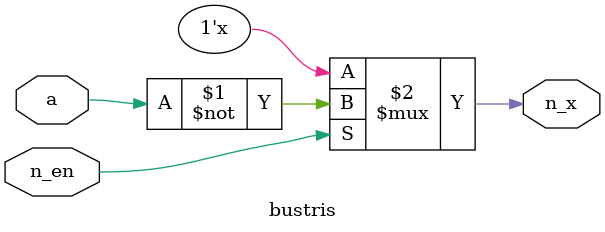
<source format=v>


module bustris (a, n_x, n_en);

	input a;
	output n_x;
	input n_en;

	notif0 (n_x, a, n_en);

endmodule // bustris

</source>
